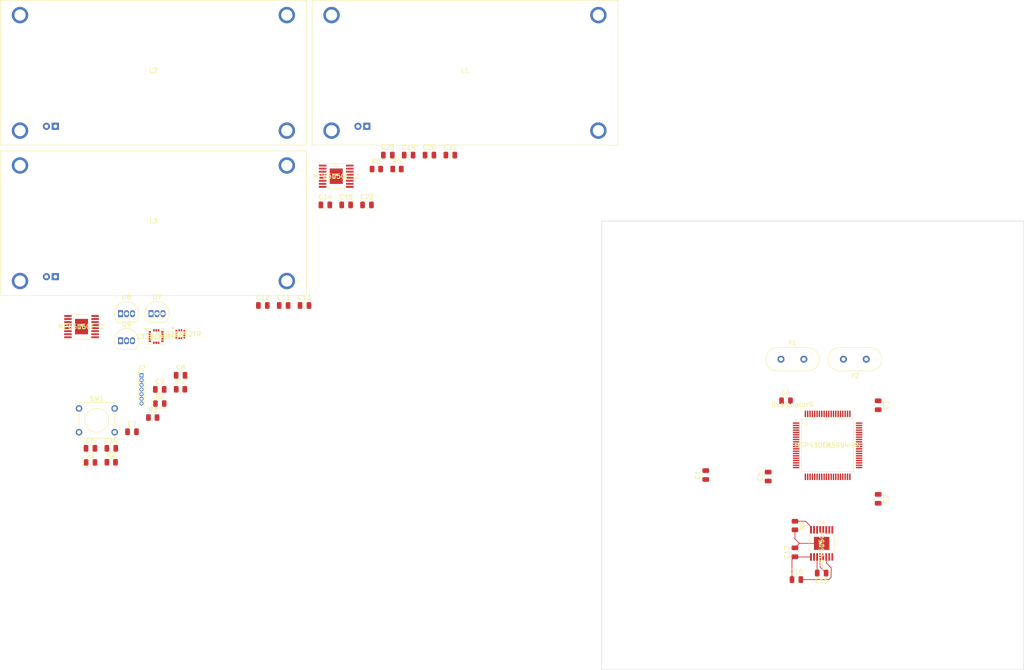
<source format=kicad_pcb>
(kicad_pcb (version 20211014) (generator pcbnew)
  (layers (0 "F.Cu" signal) (31 "B.Cu" signal) (34 "B.Paste" user) (35 "F.Paste" user) (36 "B.SilkS" user "B.Silkscreen") (37 "F.SilkS" user "F.Silkscreen") (38 "B.Mask" user) (39 "F.Mask" user) (44 "Edge.Cuts" user))
  (net 0 "")
  (net 1 "H1_OUT1")
  (net 2 "H1_OUT2")
  (net 3 "H2_OUT1")
  (net 4 "H2_OUT2")
  (net 5 "H3_OUT1")
  (net 6 "H3_OUT2")
  (net 7 "Net-(R2-Pad1)")
  (net 8 "Net-(R3-Pad1)")
  (net 9 "ACCEL_INT1")
  (net 10 "ACCEL_INT2")
  (net 11 "GYRO_INT1")
  (net 12 "GYRO_INT2")
  (net 13 "ACCEL_MOSI")
  (net 14 "ACCEL_MISO")
  (net 15 "ACCEL_SCK")
  (net 16 "ACCEL_SCS")
  (net 17 "H2_nFAULT")
  (net 18 "H3_BREAK")
  (net 19 "GND")
  (net 20 "+3V3")
  (net 21 "H_nSLEEP")
  (net 22 "H1_VISEN")
  (net 23 "H2_VISEN")
  (net 24 "H3_VISEN")
  (net 25 "H1_BREAK")
  (net 26 "H1_PHASE")
  (net 27 "H1_BMODE")
  (net 28 "H1_nFAULT")
  (net 29 "MAG_2")
  (net 30 "MAG_3")
  (net 31 "SBWTCK")
  (net 32 "SBWTDIO")
  (net 33 "BCLUART_TXD")
  (net 34 "BCLUART_RXD")
  (net 35 "H3_PHASE")
  (net 36 "H3_BMODE")
  (net 37 "H3_nFAULT")
  (net 38 "GYRO_DEN")
  (net 39 "H1_ENBL")
  (net 40 "H2_ENBL")
  (net 41 "H3_ENBL")
  (net 42 "GYRO_MOSI")
  (net 43 "GYRO_MISO")
  (net 44 "GYRO_SCK")
  (net 45 "GYRO_SCS")
  (net 46 "H2_BREAK")
  (net 47 "H2_PHASE")
  (net 48 "H2_BMODE")
  (net 49 "MAG_1")
  (net 50 "Net-(R4-Pad1)")
  (net 51 "Net-(C15-Pad2)")
  (net 52 "Net-(C15-Pad1)")
  (net 53 "Net-(C16-Pad2)")
  (net 54 "Net-(R5-Pad1)")
  (net 55 "Net-(C19-Pad2)")
  (net 56 "Net-(C19-Pad1)")
  (net 57 "Net-(C18-Pad2)")
  (net 58 "Net-(R6-Pad1)")
  (net 59 "Net-(C22-Pad2)")
  (net 60 "Net-(C22-Pad1)")
  (net 61 "Net-(C21-Pad2)")
  (net 62 "Net-(C12-Pad1)")
  (net 63 "Net-(D1-Pad2)")
  (net 64 "Net-(D2-Pad2)")
  (net 65 "+5V")
  (net 66 "Net-(C6-Pad2)")
  (net 67 "Net-(C7-Pad2)")
  (net 68 "Net-(C8-Pad1)")
  (net 69 "Net-(C9-Pad1)")
  (footprint "Capacitor_SMD:C_0805_2012Metric" (layer "F.Cu") (at 205.105 124.46 -90)
    (fp_text reference "C2" (at 0 -1.68 90) (layer "F.SilkS"))
    (fp_text value "100n")
    (pad "1" smd roundrect (at -0.95 0 270) (size 1 1.45) (layers "F.Cu" "F.Paste" "F.Mask") (net 20 "+3V3"))
    (pad "2" smd roundrect (at 0.95 0 270) (size 1 1.45) (layers "F.Cu" "F.Paste" "F.Mask") (net 19 "GND"))
  )
  (footprint "Capacitor_SMD:C_0805_2012Metric" (layer "F.Cu") (at 100.36 50.981)
    (fp_text reference "C23" (at 0 -1.68) (layer "F.SilkS"))
    (fp_text value "100n")
    (pad "1" smd roundrect (at -0.95 0) (size 1 1.45) (layers "F.Cu" "F.Paste" "F.Mask") (net 20 "+3V3"))
    (pad "2" smd roundrect (at 0.95 0) (size 1 1.45) (layers "F.Cu" "F.Paste" "F.Mask") (net 19 "GND"))
  )
  (footprint "Resistor_SMD:R_0805_2012Metric" (layer "F.Cu") (at 187.325 130.175 -90)
    (fp_text reference "R4" (at 0 -1.65 90) (layer "F.SilkS"))
    (fp_text value "47k")
    (pad "1" smd roundrect (at -0.9125 0 270) (size 1.025 1.4) (layers "F.Cu" "F.Paste" "F.Mask") (roundrect_rratio 0.243902) (net 50 "Net-(R4-Pad1)"))
    (pad "2" smd roundrect (at 0.9125 0 270) (size 1.025 1.4) (layers "F.Cu" "F.Paste" "F.Mask") (roundrect_rratio 0.243902) (net 19 "GND"))
  )
  (footprint "magnetorque_lib:LIS2DH12TR" (layer "F.Cu") (at 56.037401 89.2745)
    (fp_text reference "U2" (at 0 0) (layer "F.SilkS"))
    (fp_text value "LIS2DH12TR" (at 0 0) (layer "F.SilkS"))
    (fp_text user "*" (at -1.6256 -1) (layer "F.SilkS"))
    (fp_text user "*" (at -1.6256 -1) (layer "F.SilkS"))
    (pad "1" smd rect locked (at -0.8509 -0.750001 90) (size 0.3556 0.381) (layers "F.Cu" "F.Paste" "F.Mask") (net 15 "ACCEL_SCK"))
    (pad "2" smd rect locked (at -0.8509 -0.25 90) (size 0.3556 0.381) (layers "F.Cu" "F.Paste" "F.Mask") (net 16 "ACCEL_SCS"))
    (pad "3" smd rect locked (at -0.8509 0.25 90) (size 0.3556 0.381) (layers "F.Cu" "F.Paste" "F.Mask") (net 14 "ACCEL_MISO"))
    (pad "4" smd rect locked (at -0.8509 0.750001 90) (size 0.3556 0.381) (layers "F.Cu" "F.Paste" "F.Mask") (net 13 "ACCEL_MOSI"))
    (pad "5" smd rect locked (at -0.25 0.8509) (size 0.3556 0.381) (layers "F.Cu" "F.Paste" "F.Mask") (net 19 "GND"))
    (pad "6" smd rect locked (at 0.25 0.8509) (size 0.3556 0.381) (layers "F.Cu" "F.Paste" "F.Mask") (net 19 "GND"))
    (pad "7" smd rect locked (at 0.8509 0.750001 90) (size 0.3556 0.381) (layers "F.Cu" "F.Paste" "F.Mask") (net 19 "GND"))
    (pad "8" smd rect locked (at 0.8509 0.25 90) (size 0.3556 0.381) (layers "F.Cu" "F.Paste" "F.Mask") (net 19 "GND"))
    (pad "9" smd rect locked (at 0.8509 -0.25 90) (size 0.3556 0.381) (layers "F.Cu" "F.Paste" "F.Mask") (net 20 "+3V3"))
    (pad "10" smd rect locked (at 0.8509 -0.750001 90) (size 0.3556 0.381) (layers "F.Cu" "F.Paste" "F.Mask") (net 20 "+3V3"))
    (pad "11" smd rect locked (at 0.25 -0.8509) (size 0.3556 0.381) (layers "F.Cu" "F.Paste" "F.Mask") (net 10 "ACCEL_INT2"))
    (pad "12" smd rect locked (at -0.25 -0.8509) (size 0.3556 0.381) (layers "F.Cu" "F.Paste" "F.Mask") (net 9 "ACCEL_INT1"))
  )
  (footprint "Button_Switch_THT:SW_Tactile_Straight_KSL0Axx1LFTR" (layer "F.Cu") (at 34.39 105.141)
    (fp_text reference "SW1" (at 3.81 -2.08) (layer "F.SilkS"))
    (fp_text value "SW_Push")
    (pad "1" thru_hole circle (at 0 0) (size 1.397 1.397) (drill 0.8128) (layers *.Cu *.Mask) (net 32 "SBWTDIO"))
    (pad "1" thru_hole circle (at 7.62 0) (size 1.397 1.397) (drill 0.8128) (layers *.Cu *.Mask) (net 32 "SBWTDIO"))
    (pad "2" thru_hole circle (at 7.62 5.08) (size 1.397 1.397) (drill 0.8128) (layers *.Cu *.Mask) (net 19 "GND"))
    (pad "2" thru_hole circle (at 0 5.08) (size 1.397 1.397) (drill 0.8128) (layers *.Cu *.Mask) (net 19 "GND"))
  )
  (footprint "Package_TO_SOT_THT:TO-92_Inline" (layer "F.Cu") (at 43.28 90.671)
    (fp_text reference "U9" (at 1.27 -3.56) (layer "F.SilkS"))
    (fp_text value "DRV5055A4xLPGxQ1")
    (pad "1" thru_hole rect (at 0 0) (size 1.05 1.5) (drill 0.75) (layers *.Cu *.Mask) (net 65 "+5V"))
    (pad "2" thru_hole oval (at 1.27 0) (size 1.05 1.5) (drill 0.75) (layers *.Cu *.Mask) (net 19 "GND"))
    (pad "3" thru_hole oval (at 2.54 0) (size 1.05 1.5) (drill 0.75) (layers *.Cu *.Mask) (net 30 "MAG_3"))
  )
  (footprint "magnetorque_lib:magnetorquer" (layer "F.Cu") (at 116.84 33.401)
    (fp_text reference "L1" (at 0 -0.5 unlocked) (layer "F.SilkS"))
    (fp_text value "L_Iron")
    (pad "" np_thru_hole circle (at 28.5 -12.35) (size 3.5 3.5) (drill 2.4) (layers F&B.Cu *.Mask))
    (pad "" np_thru_hole circle (at -28.5 12.35) (size 3.5 3.5) (drill 2.4) (layers F&B.Cu *.Mask))
    (pad "" np_thru_hole circle (at 28.5 12.35) (size 3.5 3.5) (drill 2.4) (layers F&B.Cu *.Mask))
    (pad "" np_thru_hole circle (at -28.5 -12.35) (size 3.5 3.5) (drill 2.4) (layers F&B.Cu *.Mask))
    (pad "1" thru_hole circle (at -22.86 11.43) (size 1.524 1.524) (drill 0.762) (layers *.Cu *.Mask) (net 1 "H1_OUT1"))
    (pad "2" thru_hole rect (at -20.955 11.43) (size 1.524 1.524) (drill 0.762) (layers *.Cu *.Mask) (net 2 "H1_OUT2"))
  )
  (footprint "Capacitor_SMD:C_0805_2012Metric" (layer "F.Cu") (at 41.29 113.661)
    (fp_text reference "C10" (at 0 -1.68) (layer "F.SilkS"))
    (fp_text value "1n")
    (pad "1" smd roundrect (at -0.95 0) (size 1 1.45) (layers "F.Cu" "F.Paste" "F.Mask") (net 32 "SBWTDIO"))
    (pad "2" smd roundrect (at 0.95 0) (size 1 1.45) (layers "F.Cu" "F.Paste" "F.Mask") (net 19 "GND"))
  )
  (footprint "Resistor_SMD:R_0805_2012Metric" (layer "F.Cu") (at 56.07 101.041)
    (fp_text reference "R1" (at 0 -1.65) (layer "F.SilkS"))
    (fp_text value "47k")
    (pad "1" smd roundrect (at -0.9125 0) (size 1.025 1.4) (layers "F.Cu" "F.Paste" "F.Mask") (roundrect_rratio 0.243902) (net 32 "SBWTDIO"))
    (pad "2" smd roundrect (at 0.9125 0) (size 1.025 1.4) (layers "F.Cu" "F.Paste" "F.Mask") (roundrect_rratio 0.243902) (net 20 "+3V3"))
  )
  (footprint "Capacitor_SMD:C_0805_2012Metric" (layer "F.Cu") (at 113.71 50.981)
    (fp_text reference "C21" (at 0 -1.68) (layer "F.SilkS"))
    (fp_text value "100n")
    (pad "1" smd roundrect (at -0.95 0) (size 1 1.45) (layers "F.Cu" "F.Paste" "F.Mask") (net 20 "+3V3"))
    (pad "2" smd roundrect (at 0.95 0) (size 1 1.45) (layers "F.Cu" "F.Paste" "F.Mask") (net 61 "Net-(C21-Pad2)"))
  )
  (footprint "LED_SMD:LED_0805_2012Metric" (layer "F.Cu") (at 36.86 116.686)
    (fp_text reference "D1" (at 0 -1.65) (layer "F.SilkS"))
    (fp_text value "LED_R")
    (pad "1" smd roundrect (at -0.9375 0) (size 0.975 1.4) (layers "F.Cu" "F.Paste" "F.Mask") (net 19 "GND"))
    (pad "2" smd roundrect (at 0.9375 0) (size 0.975 1.4) (layers "F.Cu" "F.Paste" "F.Mask") (net 63 "Net-(D1-Pad2)"))
  )
  (footprint "Capacitor_SMD:C_0805_2012Metric" (layer "F.Cu") (at 187.325 135.89 90)
    (fp_text reference "C17" (at 0 -1.68 90) (layer "F.SilkS"))
    (fp_text value "100n")
    (pad "1" smd roundrect (at -0.95 0 90) (size 1 1.45) (layers "F.Cu" "F.Paste" "F.Mask") (net 20 "+3V3"))
    (pad "2" smd roundrect (at 0.95 0 90) (size 1 1.45) (layers "F.Cu" "F.Paste" "F.Mask") (net 19 "GND"))
  )
  (footprint "Capacitor_SMD:C_0805_2012Metric" (layer "F.Cu") (at 51.64 101.071)
    (fp_text reference "C9" (at 0 -1.68) (layer "F.SilkS"))
    (fp_text value "DNP")
    (pad "1" smd roundrect (at -0.95 0) (size 1 1.45) (layers "F.Cu" "F.Paste" "F.Mask") (net 69 "Net-(C9-Pad1)"))
    (pad "2" smd roundrect (at 0.95 0) (size 1 1.45) (layers "F.Cu" "F.Paste" "F.Mask") (net 19 "GND"))
  )
  (footprint "Capacitor_SMD:C_0805_2012Metric" (layer "F.Cu") (at 168.275 119.38 90)
    (fp_text reference "C1" (at 0 -1.68 90) (layer "F.SilkS"))
    (fp_text value "10u")
    (pad "1" smd roundrect (at -0.95 0 90) (size 1 1.45) (layers "F.Cu" "F.Paste" "F.Mask") (net 20 "+3V3"))
    (pad "2" smd roundrect (at 0.95 0 90) (size 1 1.45) (layers "F.Cu" "F.Paste" "F.Mask") (net 19 "GND"))
  )
  (footprint "magnetorque_lib:MSP430FR5994IPN" (layer "F.Cu") (at 194.31 113.03)
    (fp_text reference "U1" (at 0 0) (layer "F.SilkS"))
    (fp_text value "MSP430FR5994IPN" (at 0 0) (layer "F.SilkS"))
    (fp_text user "Designator9" (at -7.5438 -8.7376) (layer "F.SilkS"))
    (fp_text user "*" (at 0 0) (layer "F.SilkS"))
    (pad "1" smd oval locked (at -6.725001 -4.750001 90) (size 0.299999 1.45) (layers "F.Cu" "F.Paste" "F.Mask") (net 7 "Net-(R2-Pad1)"))
    (pad "2" smd oval locked (at -6.725001 -4.250002 90) (size 0.299999 1.45) (layers "F.Cu" "F.Paste" "F.Mask") (net 8 "Net-(R3-Pad1)"))
    (pad "3" smd oval locked (at -6.725001 -3.75 90) (size 0.299999 1.45) (layers "F.Cu" "F.Paste" "F.Mask"))
    (pad "4" smd oval locked (at -6.725001 -3.250001 90) (size 0.299999 1.45) (layers "F.Cu" "F.Paste" "F.Mask") (net 9 "ACCEL_INT1"))
    (pad "5" smd oval locked (at -6.725001 -2.75 90) (size 0.299999 1.45) (layers "F.Cu" "F.Paste" "F.Mask") (net 10 "ACCEL_INT2"))
    (pad "6" smd oval locked (at -6.725001 -2.250001 90) (size 0.299999 1.45) (layers "F.Cu" "F.Paste" "F.Mask") (net 11 "GYRO_INT1"))
    (pad "7" smd oval locked (at -6.725001 -1.750002 90) (size 0.299999 1.45) (layers "F.Cu" "F.Paste" "F.Mask") (net 12 "GYRO_INT2"))
    (pad "8" smd oval locked (at -6.725001 -1.25 90) (size 0.299999 1.45) (layers "F.Cu" "F.Paste" "F.Mask") (net 13 "ACCEL_MOSI"))
    (pad "9" smd oval locked (at -6.725001 -0.750001 90) (size 0.299999 1.45) (layers "F.Cu" "F.Paste" "F.Mask") (net 14 "ACCEL_MISO"))
    (pad "10" smd oval locked (at -6.725001 -0.25 90) (size 0.299999 1.45) (layers "F.Cu" "F.Paste" "F.Mask") (net 15 "ACCEL_SCK"))
    (pad "11" smd oval locked (at -6.725001 0.25 90) (size 0.299999 1.45) (layers "F.Cu" "F.Paste" "F.Mask") (net 16 "ACCEL_SCS"))
    (pad "12" smd oval locked (at -6.725001 0.749998 90) (size 0.299999 1.45) (layers "F.Cu" "F.Paste" "F.Mask") (net 17 "H2_nFAULT"))
    (pad "13" smd oval locked (at -6.725001 1.25 90) (size 0.299999 1.45) (layers "F.Cu" "F.Paste" "F.Mask"))
    (pad "14" smd oval locked (at -6.725001 1.749999 90) (size 0.299999 1.45) (layers "F.Cu" "F.Paste" "F.Mask"))
    (pad "15" smd oval locked (at -6.725001 2.250001 90) (size 0.299999 1.45) (layers "F.Cu" "F.Paste" "F.Mask") (net 18 "H3_BREAK"))
    (pad "16" smd oval locked (at -6.725001 2.75 90) (size 0.299999 1.45) (layers "F.Cu" "F.Paste" "F.Mask"))
    (pad "17" smd oval locked (at -6.725001 3.249999 90) (size 0.299999 1.45) (layers "F.Cu" "F.Paste" "F.Mask"))
    (pad "18" smd oval locked (at -6.725001 3.75 90) (size 0.299999 1.45) (layers "F.Cu" "F.Paste" "F.Mask"))
    (pad "19" smd oval locked (at -6.725001 4.249999 90) (size 0.299999 1.45) (layers "F.Cu" "F.Paste" "F.Mask") (net 19 "GND"))
    (pad "20" smd oval locked (at -6.725001 4.750001 90) (size 0.299999 1.45) (layers "F.Cu" "F.Paste" "F.Mask") (net 20 "+3V3"))
    (pad "21" smd oval locked (at -4.750001 6.725001) (size 0.299999 1.45) (layers "F.Cu" "F.Paste" "F.Mask"))
    (pad "22" smd oval locked (at -4.250002 6.725001) (size 0.299999 1.45) (layers "F.Cu" "F.Paste" "F.Mask"))
    (pad "23" smd oval locked (at -3.75 6.725001) (size 0.299999 1.45) (layers "F.Cu" "F.Paste" "F.Mask"))
    (pad "24" smd oval locked (at -3.250001 6.725001) (size 0.299999 1.45) (layers "F.Cu" "F.Paste" "F.Mask"))
    (pad "25" smd oval locked (at -2.75 6.725001) (size 0.299999 1.45) (layers "F.Cu" "F.Paste" "F.Mask"))
    (pad "26" smd oval locked (at -2.250001 6.725001) (size 0.299999 1.45) (layers "F.Cu" "F.Paste" "F.Mask"))
    (pad "27" smd oval locked (at -1.750002 6.725001) (size 0.299999 1.45) (layers "F.Cu" "F.Paste" "F.Mask") (net 21 "H_nSLEEP"))
    (pad "28" smd oval locked (at -1.25 6.725001) (size 0.299999 1.45) (layers "F.Cu" "F.Paste" "F.Mask") (net 22 "H1_VISEN"))
    (pad "29" smd oval locked (at -0.750001 6.725001) (size 0.299999 1.45) (layers "F.Cu" "F.Paste" "F.Mask") (net 23 "H2_VISEN"))
    (pad "30" smd oval locked (at -0.25 6.725001) (size 0.299999 1.45) (layers "F.Cu" "F.Paste" "F.Mask") (net 24 "H3_VISEN"))
    (pad "31" smd oval locked (at 0.25 6.725001) (size 0.299999 1.45) (layers "F.Cu" "F.Paste" "F.Mask") (net 25 "H1_BREAK"))
    (pad "32" smd oval locked (at 0.749998 6.725001) (size 0.299999 1.45) (layers "F.Cu" "F.Paste" "F.Mask") (net 26 "H1_PHASE"))
    (pad "33" smd oval locked (at 1.25 6.725001) (size 0.299999 1.45) (layers "F.Cu" "F.Paste" "F.Mask") (net 27 "H1_BMODE"))
    (pad "34" smd oval locked (at 1.749999 6.725001) (size 0.299999 1.45) (layers "F.Cu" "F.Paste" "F.Mask") (net 28 "H1_nFAULT"))
    (pad "35" smd oval locked (at 2.250001 6.725001) (size 0.299999 1.45) (layers "F.Cu" "F.Paste" "F.Mask") (net 29 "MAG_2"))
    (pad "36" smd oval locked (at 2.75 6.725001) (size 0.299999 1.45) (layers "F.Cu" "F.Paste" "F.Mask") (net 30 "MAG_3"))
    (pad "37" smd oval locked (at 3.249999 6.725001) (size 0.299999 1.45) (layers "F.Cu" "F.Paste" "F.Mask") (net 31 "SBWTCK"))
    (pad "38" smd oval locked (at 3.75 6.725001) (size 0.299999 1.45) (layers "F.Cu" "F.Paste" "F.Mask") (net 32 "SBWTDIO"))
    (pad "39" smd oval locked (at 4.249999 6.725001) (size 0.299999 1.45) (layers "F.Cu" "F.Paste" "F.Mask") (net 19 "GND"))
    (pad "40" smd oval locked (at 4.750001 6.725001) (size 0.299999 1.45) (layers "F.Cu" "F.Paste" "F.Mask") (net 20 "+3V3"))
    (pad "41" smd oval locked (at 6.725001 4.750001 90) (size 0.299999 1.45) (layers "F.Cu" "F.Paste" "F.Mask") (net 33 "BCLUART_TXD"))
    (pad "42" smd oval locked (at 6.725001 4.249999 90) (size 0.299999 1.45) (layers "F.Cu" "F.Paste" "F.Mask") (net 34 "BCLUART_RXD"))
    (pad "43" smd oval locked (at 6.725001 3.75 90) (size 0.299999 1.45) (layers "F.Cu" "F.Paste" "F.Mask"))
    (pad "44" smd oval locked (at 6.725001 3.249999 90) (size 0.299999 1.45) (layers "F.Cu" "F.Paste" "F.Mask") (net 35 "H3_PHASE"))
    (pad "45" smd oval locked (at 6.725001 2.75 90) (size 0.299999 1.45) (layers "F.Cu" "F.Paste" "F.Mask") (net 36 "H3_BMODE"))
    (pad "46" smd oval locked (at 6.725001 2.250001 90) (size 0.299999 1.45) (layers "F.Cu" "F.Paste" "F.Mask") (net 37 "H3_nFAULT"))
    (pad "47" smd oval locked (at 6.725001 1.749999 90) (size 0.299999 1.45) (layers "F.Cu" "F.Paste" "F.Mask") (net 38 "GYRO_DEN"))
    (pad "48" smd oval locked (at 6.725001 1.25 90) (size 0.299999 1.45) (layers "F.Cu" "F.Paste" "F.Mask") (net 39 "H1_ENBL"))
    (pad "49" smd oval locked (at 6.725001 0.749998 90) (size 0.299999 1.45) (layers "F.Cu" "F.Paste" "F.Mask") (net 40 "H2_ENBL"))
    (pad "50" smd oval locked (at 6.725001 0.25 90) (size 0.299999 1.45) (layers "F.Cu" "F.Paste" "F.Mask") (net 41 "H3_ENBL"))
    (pad "51" smd oval locked (at 6.725001 -0.25 90) (size 0.299999 1.45) (layers "F.Cu" "F.Paste" "F.Mask"))
    (pad "52" smd oval locked (at 6.725001 -0.750001 90) (size 0.299999 1.45) (layers "F.Cu" "F.Paste" "F.Mask"))
    (pad "53" smd oval locked (at 6.725001 -1.25 90) (size 0.299999 1.45) (layers "F.Cu" "F.Paste" "F.Mask") (net 42 "GYRO_MOSI"))
    (pad "54" smd oval locked (at 6.725001 -1.750002 90) (size 0.299999 1.45) (layers "F.Cu" "F.Paste" "F.Mask") (net 43 "GYRO_MISO"))
    (pad "55" smd oval locked (at 6.725001 -2.250001 90) (size 0.299999 1.45) (layers "F.Cu" "F.Paste" "F.Mask") (net 44 "GYRO_SCK"))
    (pad "56" smd oval locked (at 6.725001 -2.75 90) (size 0.299999 1.45) (layers "F.Cu" "F.Paste" "F.Mask") (net 45 "GYRO_SCS"))
    (pad "57" smd oval locked (at 6.725001 -3.250001 90) (size 0.299999 1.45) (layers "F.Cu" "F.Paste" "F.Mask") (net 46 "H2_BREAK"))
    (pad "58" smd oval locked (at 6.725001 -3.75 90) (size 0.299999 1.45) (layers "F.Cu" "F.Paste" "F.Mask") (net 47 "H2_PHASE"))
    (pad "59" smd oval locked (at 6.725001 -4.250002 90) (size 0.299999 1.45) (layers "F.Cu" "F.Paste" "F.Mask") (net 48 "H2_BMODE"))
    (pad "60" smd oval locked (at 6.725001 -4.750001 90) (size 0.299999 1.45) (layers "F.Cu" "F.Paste" "F.Mask") (net 19 "GND"))
    (pad "61" smd oval locked (at 4.750001 -6.725001) (size 0.299999 1.45) (layers "F.Cu" "F.Paste" "F.Mask") (net 20 "+3V3"))
    (pad "62" smd oval locked (at 4.249999 -6.725001) (size 0.299999 1.45) (layers "F.Cu" "F.Paste" "F.Mask"))
    (pad "63" smd oval locked (at 3.75 -6.725001) (size 0.299999 1.45) (layers "F.Cu" "F.Paste" "F.Mask"))
    (pad "64" smd oval locked (at 3.249999 -6.725001) (size 0.299999 1.45) (layers "F.Cu" "F.Paste" "F.Mask") (net 49 "MAG_1"))
    (pad "65" smd oval locked (at 2.75 -6.725001) (size 0.299999 1.45) (layers "F.Cu" "F.Paste" "F.Mask"))
    (pad "66" smd oval locked (at 2.250001 -6.725001) (size 0.299999 1.45) (layers "F.Cu" "F.Paste" "F.Mask"))
    (pad "67" smd oval locked (at 1.749999 -6.725001) (size 0.299999 1.45) (layers "F.Cu" "F.Paste" "F.Mask"))
    (pad "68" smd oval locked (at 1.25 -6.725001) (size 0.299999 1.45) (layers "F.Cu" "F.Paste" "F.Mask"))
    (pad "69" smd oval locked (at 0.749998 -6.725001) (size 0.299999 1.45) (layers "F.Cu" "F.Paste" "F.Mask"))
    (pad "70" smd oval locked (at 0.25 -6.725001) (size 0.299999 1.45) (layers "F.Cu" "F.Paste" "F.Mask"))
    (pad "71" smd oval locked (at -0.25 -6.725001) (size 0.299999 1.45) (layers "F.Cu" "F.Paste" "F.Mask"))
    (pad "72" smd oval locked (at -0.750001 -6.725001) (size 0.299999 1.45) (layers "F.Cu" "F.Paste" "F.Mask"))
    (pad "73" smd oval locked (at -1.25 -6.725001) (size 0.299999 1.45) (layers "F.Cu" "F.Paste" "F.Mask") (net 19 "GND"))
    (pad "74" smd oval locked (at -1.750002 -6.725001) (size 0.299999 1.45) (layers "F.Cu" "F.Paste" "F.Mask") (net 68 "Net-(C8-Pad1)"))
    (pad "75" smd oval locked (at -2.250001 -6.725001) (size 0.299999 1.45) (layers "F.Cu" "F.Paste" "F.Mask") (net 69 "Net-(C9-Pad1)"))
    (pad "76" smd oval locked (at -2.75 -6.725001) (size 0.299999 1.45) (layers "F.Cu" "F.Paste" "F.Mask") (net 19 "GND"))
    (pad "77" smd oval locked (at -3.250001 -6.725001) (size 0.299999 1.45) (layers "F.Cu" "F.Paste" "F.Mask") (net 67 "Net-(C7-Pad2)"))
    (pad "78" smd oval locked (at -3.75 -6.725001) (size 0.299999 1.45) (layers "F.Cu" "F.Paste" "F.Mask") (net 66 "Net-(C6-Pad2)"))
    (pad "79" smd oval locked (at -4.250002 -6.725001) (size 0.299999 1.45) (layers "F.Cu" "F.Paste" "F.Mask") (net 19 "GND"))
    (pad "80" smd oval locked (at -4.750001 -6.725001) (size 0.299999 1.45) (layers "F.Cu" "F.Paste" "F.Mask") (net 20 "+3V3"))
  )
  (footprint "magnetorque_lib:magnetorquer" (layer "F.Cu") (at 50.29 65.551)
    (fp_text reference "L3" (at 0 -0.5 unlocked) (layer "F.SilkS"))
    (fp_text value "L_Iron")
    (pad "" np_thru_hole circle (at 28.5 -12.35) (size 3.5 3.5) (drill 2.4) (layers F&B.Cu *.Mask))
    (pad "" np_thru_hole circle (at 28.5 12.35) (size 3.5 3.5) (drill 2.4) (layers F&B.Cu *.Mask))
    (pad "" np_thru_hole circle (at -28.5 12.35) (size 3.5 3.5) (drill 2.4) (layers F&B.Cu *.Mask))
    (pad "" np_thru_hole circle (at -28.5 -12.35) (size 3.5 3.5) (drill 2.4) (layers F&B.Cu *.Mask))
    (pad "1" thru_hole circle (at -22.86 11.43) (size 1.524 1.524) (drill 0.762) (layers *.Cu *.Mask) (net 5 "H3_OUT1"))
    (pad "2" thru_hole rect (at -20.955 11.43) (size 1.524 1.524) (drill 0.762) (layers *.Cu *.Mask) (net 6 "H3_OUT2"))
  )
  (footprint "magnetorque_lib:MP6515GF-Z" (layer "F.Cu") (at 34.929099 87.6497)
    (fp_text reference "U6" (at 0 0) (layer "F.SilkS"))
    (fp_text value "MP6515GF-Z" (at 0 0) (layer "F.SilkS"))
    (fp_text user "*" (at 0 0) (layer "F.SilkS"))
    (pad "1" smd rect locked (at -2.899999 -2.274999) (size 1.6002 0.4064) (layers "F.Cu" "F.Paste" "F.Mask") (net 37 "H3_nFAULT"))
    (pad "2" smd rect locked (at -2.899999 -1.625001) (size 1.6002 0.4064) (layers "F.Cu" "F.Paste" "F.Mask") (net 18 "H3_BREAK"))
    (pad "3" smd rect locked (at -2.899999 -0.974999) (size 1.6002 0.4064) (layers "F.Cu" "F.Paste" "F.Mask") (net 35 "H3_PHASE"))
    (pad "4" smd rect locked (at -2.899999 -0.325001) (size 1.6002 0.4064) (layers "F.Cu" "F.Paste" "F.Mask") (net 19 "GND"))
    (pad "5" smd rect locked (at -2.899999 0.324998) (size 1.6002 0.4064) (layers "F.Cu" "F.Paste" "F.Mask") (net 21 "H_nSLEEP"))
    (pad "6" smd rect locked (at -2.899999 0.974999) (size 1.6002 0.4064) (layers "F.Cu" "F.Paste" "F.Mask") (net 41 "H3_ENBL"))
    (pad "7" smd rect locked (at -2.899999 1.624998) (size 1.6002 0.4064) (layers "F.Cu" "F.Paste" "F.Mask") (net 5 "H3_OUT1"))
    (pad "8" smd rect locked (at -2.899999 2.274999) (size 1.6002 0.4064) (layers "F.Cu" "F.Paste" "F.Mask") (net 58 "Net-(R6-Pad1)"))
    (pad "9" smd rect locked (at 2.899999 2.274999) (size 1.6002 0.4064) (layers "F.Cu" "F.Paste" "F.Mask") (net 20 "+3V3"))
    (pad "10" smd rect locked (at 2.899999 1.625001) (size 1.6002 0.4064) (layers "F.Cu" "F.Paste" "F.Mask") (net 6 "H3_OUT2"))
    (pad "11" smd rect locked (at 2.899999 0.974999) (size 1.6002 0.4064) (layers "F.Cu" "F.Paste" "F.Mask") (net 59 "Net-(C22-Pad2)"))
    (pad "12" smd rect locked (at 2.899999 0.325001) (size 1.6002 0.4064) (layers "F.Cu" "F.Paste" "F.Mask") (net 60 "Net-(C22-Pad1)"))
    (pad "13" smd rect locked (at 2.899999 -0.324998) (size 1.6002 0.4064) (layers "F.Cu" "F.Paste" "F.Mask") (net 19 "GND"))
    (pad "14" smd rect locked (at 2.899999 -0.974999) (size 1.6002 0.4064) (layers "F.Cu" "F.Paste" "F.Mask") (net 61 "Net-(C21-Pad2)"))
    (pad "15" smd rect locked (at 2.899999 -1.624998) (size 1.6002 0.4064) (layers "F.Cu" "F.Paste" "F.Mask") (net 24 "H3_VISEN"))
    (pad "16" smd rect locked (at 2.899999 -2.274999) (size 1.6002 0.4064) (layers "F.Cu" "F.Paste" "F.Mask") (net 36 "H3_BMODE"))
    (pad "17" smd rect locked (at 0 0) (size 2.794 3.302) (layers "F.Cu" "F.Mask") (net 19 "GND"))
  )
  (footprint "Capacitor_SMD:C_0805_2012Metric" (layer "F.Cu") (at 109.26 50.981)
    (fp_text reference "C20" (at 0 -1.68) (layer "F.SilkS"))
    (fp_text value "100n")
    (pad "1" smd roundrect (at -0.95 0) (size 1 1.45) (layers "F.Cu" "F.Paste" "F.Mask") (net 20 "+3V3"))
    (pad "2" smd roundrect (at 0.95 0) (size 1 1.45) (layers "F.Cu" "F.Paste" "F.Mask") (net 19 "GND"))
  )
  (footprint "magnetorque_lib:MP6515GF-Z" (layer "F.Cu") (at 193.04 133.985 -90)
    (fp_text reference "U4" (at 0 0 90) (layer "F.SilkS"))
    (fp_text value "MP6515GF-Z" (at 0 0 90) (layer "F.SilkS"))
    (fp_text user "*" (at 0 0 90) (layer "F.SilkS"))
    (pad "1" smd rect locked (at -2.899999 -2.274999 270) (size 1.6002 0.4064) (layers "F.Cu" "F.Paste" "F.Mask") (net 28 "H1_nFAULT"))
    (pad "2" smd rect locked (at -2.899999 -1.625001 270) (size 1.6002 0.4064) (layers "F.Cu" "F.Paste" "F.Mask") (net 25 "H1_BREAK"))
    (pad "3" smd rect locked (at -2.899999 -0.974999 270) (size 1.6002 0.4064) (layers "F.Cu" "F.Paste" "F.Mask") (net 26 "H1_PHASE"))
    (pad "4" smd rect locked (at -2.899999 -0.325001 270) (size 1.6002 0.4064) (layers "F.Cu" "F.Paste" "F.Mask") (net 19 "GND"))
    (pad "5" smd rect locked (at -2.899999 0.324998 270) (size 1.6002 0.4064) (layers "F.Cu" "F.Paste" "F.Mask") (net 21 "H_nSLEEP"))
    (pad "6" smd rect locked (at -2.899999 0.974999 270) (size 1.6002 0.4064) (layers "F.Cu" "F.Paste" "F.Mask") (net 39 "H1_ENBL"))
    (pad "7" smd rect locked (at -2.899999 1.624998 270) (size 1.6002 0.4064) (layers "F.Cu" "F.Paste" "F.Mask") (net 1 "H1_OUT1"))
    (pad "8" smd rect locked (at -2.899999 2.274999 270) (size 1.6002 0.4064) (layers "F.Cu" "F.Paste" "F.Mask") (net 50 "Net-(R4-Pad1)"))
    (pad "9" smd rect locked (at 2.899999 2.274999 270) (size 1.6002 0.4064) (layers "F.Cu" "F.Paste" "F.Mask") (net 20 "+3V3"))
    (pad "10" smd rect locked (at 2.899999 1.625001 270) (size 1.6002 0.4064) (layers "F.Cu" "F.Paste" "F.Mask") (net 2 "H1_OUT2"))
    (pad "11" smd rect locked (at 2.899999 0.974999 270) (size 1.6002 0.4064) (layers "F.Cu" "F.Paste" "F.Mask") (net 51 "Net-(C15-Pad2)"))
    (pad "12" smd rect locked (at 2.899999 0.325001 270) (size 1.6002 0.4064) (layers "F.Cu" "F.Paste" "F.Mask") (net 52 "Net-(C15-Pad1)"))
    (pad "13" smd rect locked (at 2.899999 -0.324998 270) (size 1.6002 0.4064) (layers "F.Cu" "F.Paste" "F.Mask") (net 19 "GND"))
    (pad "14" smd rect locked (at 2.899999 -0.974999 270) (size 1.6002 0.4064) (layers "F.Cu" "F.Paste" "F.Mask") (net 53 "Net-(C16-Pad2)"))
    (pad "15" smd rect locked (at 2.899999 -1.624998 270) (size 1.6002 0.4064) (layers "F.Cu" "F.Paste" "F.Mask") (net 22 "H1_VISEN"))
    (pad "16" smd rect locked (at 2.899999 -2.274999 270) (size 1.6002 0.4064) (layers "F.Cu" "F.Paste" "F.Mask") (net 27 "H1_BMODE"))
    (pad "17" smd rect locked (at 0 0 270) (size 2.794 3.302) (layers "F.Cu" "F.Mask") (net 19 "GND"))
  )
  (footprint "Capacitor_SMD:C_0805_2012Metric" (layer "F.Cu") (at 82.56 83.131)
    (fp_text reference "C13" (at 0 -1.68) (layer "F.SilkS"))
    (fp_text value "100n")
    (pad "1" smd roundrect (at -0.95 0) (size 1 1.45) (layers "F.Cu" "F.Paste" "F.Mask") (net 20 "+3V3"))
    (pad "2" smd roundrect (at 0.95 0) (size 1 1.45) (layers "F.Cu" "F.Paste" "F.Mask") (net 19 "GND"))
  )
  (footprint "Capacitor_SMD:C_0805_2012Metric" (layer "F.Cu") (at 36.84 113.661)
    (fp_text reference "C6" (at 0 -1.68) (layer "F.SilkS"))
    (fp_text value "22p")
    (pad "1" smd roundrect (at -0.95 0) (size 1 1.45) (layers "F.Cu" "F.Paste" "F.Mask") (net 19 "GND"))
    (pad "2" smd roundrect (at 0.95 0) (size 1 1.45) (layers "F.Cu" "F.Paste" "F.Mask") (net 66 "Net-(C6-Pad2)"))
  )
  (footprint "Capacitor_SMD:C_0805_2012Metric" (layer "F.Cu") (at 73.66 83.131)
    (fp_text reference "C12" (at 0 -1.68) (layer "F.SilkS"))
    (fp_text value "10n")
    (pad "1" smd roundrect (at -0.95 0) (size 1 1.45) (layers "F.Cu" "F.Paste" "F.Mask") (net 62 "Net-(C12-Pad1)"))
    (pad "2" smd roundrect (at 0.95 0) (size 1 1.45) (layers "F.Cu" "F.Paste" "F.Mask") (net 19 "GND"))
  )
  (footprint "Capacitor_SMD:C_0805_2012Metric" (layer "F.Cu") (at 56.09 98.061)
    (fp_text reference "C8" (at 0 -1.68) (layer "F.SilkS"))
    (fp_text value "DNP")
    (pad "1" smd roundrect (at -0.95 0) (size 1 1.45) (layers "F.Cu" "F.Paste" "F.Mask") (net 68 "Net-(C8-Pad1)"))
    (pad "2" smd roundrect (at 0.95 0) (size 1 1.45) (layers "F.Cu" "F.Paste" "F.Mask") (net 19 "GND"))
  )
  (footprint "Capacitor_SMD:C_0805_2012Metric" (layer "F.Cu") (at 205.105 104.455 -90)
    (fp_text reference "C3" (at 0 -1.68 90) (layer "F.SilkS"))
    (fp_text value "100n")
    (pad "1" smd roundrect (at -0.95 0 270) (size 1 1.45) (layers "F.Cu" "F.Paste" "F.Mask") (net 20 "+3V3"))
    (pad "2" smd roundrect (at 0.95 0 270) (size 1 1.45) (layers "F.Cu" "F.Paste" "F.Mask") (net 19 "GND"))
  )
  (footprint "Resistor_SMD:R_0805_2012Metric" (layer "F.Cu") (at 41.27 116.641)
    (fp_text reference "R2" (at 0 -1.65) (layer "F.SilkS"))
    (fp_text value "1k")
    (pad "1" smd roundrect (at -0.9125 0) (size 1.025 1.4) (layers "F.Cu" "F.Paste" "F.Mask") (roundrect_rratio 0.243902) (net 7 "Net-(R2-Pad1)"))
    (pad "2" smd roundrect (at 0.9125 0) (size 1.025 1.4) (layers "F.Cu" "F.Paste" "F.Mask") (roundrect_rratio 0.243902) (net 63 "Net-(D1-Pad2)"))
  )
  (footprint "Crystal:Crystal_HC49-4H_Vertical" (layer "F.Cu") (at 184.35 94.615)
    (fp_text reference "Y1" (at 2.44 -3.525) (layer "F.SilkS"))
    (fp_text value "Crystal")
    (pad "1" thru_hole circle (at 0 0) (size 1.5 1.5) (drill 0.8) (layers *.Cu *.Mask) (net 66 "Net-(C6-Pad2)"))
    (pad "2" thru_hole circle (at 4.88 0) (size 1.5 1.5) (drill 0.8) (layers *.Cu *.Mask) (net 67 "Net-(C7-Pad2)"))
  )
  (footprint "Capacitor_SMD:C_0805_2012Metric" (layer "F.Cu") (at 45.71 110.121)
    (fp_text reference "C7" (at 0 -1.68) (layer "F.SilkS"))
    (fp_text value "22p")
    (pad "1" smd roundrect (at -0.95 0) (size 1 1.45) (layers "F.Cu" "F.Paste" "F.Mask") (net 19 "GND"))
    (pad "2" smd roundrect (at 0.95 0) (size 1 1.45) (layers "F.Cu" "F.Paste" "F.Mask") (net 67 "Net-(C7-Pad2)"))
  )
  (footprint "Capacitor_SMD:C_0805_2012Metric" (layer "F.Cu") (at 193.04 140.335 180)
    (fp_text reference "C15" (at 0 -1.68) (layer "F.SilkS"))
    (fp_text value "100n")
    (pad "1" smd roundrect (at -0.95 0 180) (size 1 1.45) (layers "F.Cu" "F.Paste" "F.Mask") (net 52 "Net-(C15-Pad1)"))
    (pad "2" smd roundrect (at 0.95 0 180) (size 1 1.45) (layers "F.Cu" "F.Paste" "F.Mask") (net 51 "Net-(C15-Pad2)"))
  )
  (footprint "magnetorque_lib:L3GD20HTR" (layer "F.Cu") (at 50.870001 89.7698)
    (fp_text reference "U3" (at 0 0) (layer "F.SilkS"))
    (fp_text value "L3GD20HTR" (at 0 0) (layer "F.SilkS"))
    (fp_text user "*" (at -2.1717 -1.25) (layer "F.SilkS"))
    (fp_text user "*" (at -2.1717 -1.25) (layer "F.SilkS"))
    (pad "1" smd rect locked (at -1.3335 -1.000001 90) (size 0.3556 0.508) (layers "F.Cu" "F.Paste" "F.Mask") (net 20 "+3V3"))
    (pad "2" smd rect locked (at -1.3335 -0.499999 90) (size 0.3556 0.508) (layers "F.Cu" "F.Paste" "F.Mask") (net 44 "GYRO_SCK"))
    (pad "3" smd rect locked (at -1.3335 0 90) (size 0.3556 0.508) (layers "F.Cu" "F.Paste" "F.Mask") (net 42 "GYRO_MOSI"))
    (pad "4" smd rect locked (at -1.3335 0.499999 90) (size 0.3556 0.508) (layers "F.Cu" "F.Paste" "F.Mask") (net 43 "GYRO_MISO"))
    (pad "5" smd rect locked (at -1.3335 1.000001 90) (size 0.3556 0.508) (layers "F.Cu" "F.Paste" "F.Mask") (net 45 "GYRO_SCS"))
    (pad "6" smd rect locked (at -0.499999 1.3335) (size 0.3556 0.508) (layers "F.Cu" "F.Paste" "F.Mask") (net 11 "GYRO_INT1"))
    (pad "7" smd rect locked (at 0 1.3335) (size 0.3556 0.508) (layers "F.Cu" "F.Paste" "F.Mask") (net 12 "GYRO_INT2"))
    (pad "8" smd rect locked (at 0.499999 1.3335) (size 0.3556 0.508) (layers "F.Cu" "F.Paste" "F.Mask") (net 38 "GYRO_DEN"))
    (pad "9" smd rect locked (at 1.3335 1.000001 90) (size 0.3556 0.508) (layers "F.Cu" "F.Paste" "F.Mask") (net 19 "GND"))
    (pad "10" smd rect locked (at 1.3335 0.499999 90) (size 0.3556 0.508) (layers "F.Cu" "F.Paste" "F.Mask") (net 19 "GND"))
    (pad "11" smd rect locked (at 1.3335 0 90) (size 0.3556 0.508) (layers "F.Cu" "F.Paste" "F.Mask") (net 19 "GND"))
    (pad "12" smd rect locked (at 1.3335 -0.499999 90) (size 0.3556 0.508) (layers "F.Cu" "F.Paste" "F.Mask") (net 19 "GND"))
    (pad "13" smd rect locked (at 1.3335 -1.000001 90) (size 0.3556 0.508) (layers "F.Cu" "F.Paste" "F.Mask") (net 19 "GND"))
    (pad "14" smd rect locked (at 0.499999 -1.3335) (size 0.3556 0.508) (layers "F.Cu" "F.Paste" "F.Mask") (net 62 "Net-(C12-Pad1)"))
    (pad "15" smd rect locked (at 0 -1.3335) (size 0.3556 0.508) (layers "F.Cu" "F.Paste" "F.Mask") (net 20 "+3V3"))
    (pad "16" smd rect locked (at -0.499999 -1.3335) (size 0.3556 0.508) (layers "F.Cu" "F.Paste" "F.Mask") (net 20 "+3V3"))
  )
  (footprint "Capacitor_SMD:C_0805_2012Metric" (layer "F.Cu") (at 187.645 141.732)
    (fp_text reference "C16" (at 0 -1.68) (layer "F.SilkS"))
    (fp_text value "100n")
    (pad "1" smd roundrect (at -0.95 0) (size 1 1.45) (layers "F.Cu" "F.Paste" "F.Mask") (net 20 "+3V3"))
    (pad "2" smd roundrect (at 0.95 0) (size 1 1.45) (layers "F.Cu" "F.Paste" "F.Mask") (net 53 "Net-(C16-Pad2)"))
  )
  (footprint "Capacitor_SMD:C_0805_2012Metric" (layer "F.Cu") (at 95.91 61.631)
    (fp_text reference "C22" (at 0 -1.68) (layer "F.SilkS"))
    (fp_text value "100n")
    (pad "1" smd roundrect (at -0.95 0) (size 1 1.45) (layers "F.Cu" "F.Paste" "F.Mask") (net 60 "Net-(C22-Pad1)"))
    (pad "2" smd roundrect (at 0.95 0) (size 1 1.45) (layers "F.Cu" "F.Paste" "F.Mask") (net 59 "Net-(C22-Pad2)"))
  )
  (footprint "Package_TO_SOT_THT:TO-92_Inline" (layer "F.Cu") (at 49.79 84.881)
    (fp_text reference "U7" (at 1.27 -3.56) (layer "F.SilkS"))
    (fp_text value "DRV5055A4xLPGxQ1")
    (pad "1" thru_hole rect (at 0 0) (size 1.05 1.5) (drill 0.75) (layers *.Cu *.Mask) (net 65 "+5V"))
    (pad "2" thru_hole oval (at 1.27 0) (size 1.05 1.5) (drill 0.75) (layers *.Cu *.Mask) (net 19 "GND"))
    (pad "3" thru_hole oval (at 2.54 0) (size 1.05 1.5) (drill 0.75) (layers *.Cu *.Mask) (net 49 "MAG_1"))
  )
  (footprint "magnetorque_lib:MP6515GF-Z" (layer "F.Cu") (at 89.339099 55.4997)
    (fp_text reference "U5" (at 0 0) (layer "F.SilkS"))
    (fp_text value "MP6515GF-Z" (at 0 0) (layer "F.SilkS"))
    (fp_text user "*" (at 0 0) (layer "F.SilkS"))
    (pad "1" smd rect locked (at -2.899999 -2.274999) (size 1.6002 0.4064) (layers "F.Cu" "F.Paste" "F.Mask") (net 17 "H2_nFAULT"))
    (pad "2" smd rect locked (at -2.899999 -1.625001) (size 1.6002 0.4064) (layers "F.Cu" "F.Paste" "F.Mask") (net 46 "H2_BREAK"))
    (pad "3" smd rect locked (at -2.899999 -0.974999) (size 1.6002 0.4064) (layers "F.Cu" "F.Paste" "F.Mask") (net 47 "H2_PHASE"))
    (pad "4" smd rect locked (at -2.899999 -0.325001) (size 1.6002 0.4064) (layers "F.Cu" "F.Paste" "F.Mask") (net 19 "GND"))
    (pad "5" smd rect locked (at -2.899999 0.324998) (size 1.6002 0.4064) (layers "F.Cu" "F.Paste" "F.Mask") (net 21 "H_nSLEEP"))
    (pad "6" smd rect locked (at -2.899999 0.974999) (size 1.6002 0.4064) (layers "F.Cu" "F.Paste" "F.Mask") (net 40 "H2_ENBL"))
    (pad "7" smd rect locked (at -2.899999 1.624998) (size 1.6002 0.4064) (layers "F.Cu" "F.Paste" "F.Mask") (net 3 "H2_OUT1"))
    (pad "8" smd rect locked (at -2.899999 2.274999) (size 1.6002 0.4064) (layers "F.Cu" "F.Paste" "F.Mask") (net 54 "Net-(R5-Pad1)"))
    (pad "9" smd rect locked (at 2.899999 2.274999) (size 1.6002 0.4064) (layers "F.Cu" "F.Paste" "F.Mask") (net 20 "+3V3"))
    (pad "10" smd rect locked (at 2.899999 1.625001) (size 1.6002 0.4064) (layers "F.Cu" "F.Paste" "F.Mask") (net 4 "H2_OUT2"))
    (pad "11" smd rect locked (at 2.899999 0.974999) (size 1.6002 0.4064) (layers "F.Cu" "F.Paste" "F.Mask") (net 55 "Net-(C19-Pad2)"))
    (pad "12" smd rect locked (at 2.899999 0.325001) (size 1.6002 0.4064) (layers "F.Cu" "F.Paste" "F.Mask") (net 56 "Net-(C19-Pad1)"))
    (pad "13" smd rect locked (at 2.899999 -0.324998) (size 1.6002 0.4064) (layers "F.Cu" "F.Paste" "F.Mask") (net 19 "GND"))
    (pad "14" smd rect locked (at 2.899999 -0.974999) (size 1.6002 0.4064) (layers "F.Cu" "F.Paste" "F.Mask") (net 57 "Net-(C18-Pad2)"))
    (pad "15" smd rect locked (at 2.899999 -1.624998) (size 1.6002 0.4064) (layers "F.Cu" "F.Paste" "F.Mask") (net 23 "H2_VISEN"))
    (pad "16" smd rect locked (at 2.899999 -2.274999) (size 1.6002 0.4064) (layers "F.Cu" "F.Paste" "F.Mask") (net 48 "H2_BMODE"))
    (pad "17" smd rect locked (at 0 0) (size 2.794 3.302) (layers "F.Cu" "F.Mask") (net 19 "GND"))
  )
  (footprint "Crystal:Crystal_HC49-4H_Vertical" (layer "F.Cu") (at 202.565 94.615 180)
    (fp_text reference "Y2" (at 2.44 -3.525) (layer "F.SilkS"))
    (fp_text value "DNP")
    (pad "1" thru_hole circle (at 0 0 180) (size 1.5 1.5) (drill 0.8) (layers *.Cu *.Mask) (net 68 "Net-(C8-Pad1)"))
    (pad "2" thru_hole circle (at 4.88 0 180) (size 1.5 1.5) (drill 0.8) (layers *.Cu *.Mask) (net 69 "Net-(C9-Pad1)"))
  )
  (footprint "Capacitor_SMD:C_0805_2012Metric" (layer "F.Cu") (at 78.11 83.131)
    (fp_text reference "C11" (at 0 -1.68) (layer "F.SilkS"))
    (fp_text value "100n")
    (pad "1" smd roundrect (at -0.95 0) (size 1 1.45) (layers "F.Cu" "F.Paste" "F.Mask") (net 20 "+3V3"))
    (pad "2" smd roundrect (at 0.95 0) (size 1 1.45) (layers "F.Cu" "F.Paste" "F.Mask") (net 19 "GND"))
  )
  (footprint "Package_TO_SOT_THT:TO-92_Inline" (layer "F.Cu") (at 43.28 84.881)
    (fp_text reference "U8" (at 1.27 -3.56) (layer "F.SilkS"))
    (fp_text value "DRV5055A4xLPGxQ1")
    (pad "1" thru_hole rect (at 0 0) (size 1.05 1.5) (drill 0.75) (layers *.Cu *.Mask) (net 65 "+5V"))
    (pad "2" thru_hole oval (at 1.27 0) (size 1.05 1.5) (drill 0.75) (layers *.Cu *.Mask) (net 19 "GND"))
    (pad "3" thru_hole oval (at 2.54 0) (size 1.05 1.5) (drill 0.75) (layers *.Cu *.Mask) (net 29 "MAG_2"))
  )
  (footprint "Connector_PinHeader_1.00mm:PinHeader_1x07_P1.00mm_Vertical" (layer "F.Cu") (at 47.74 98.081)
    (fp_text reference "J2" (at 0 -1.56) (layer "F.SilkS"))
    (fp_text value "Conn_01x07_Female")
    (pad "1" thru_hole rect (at 0 0) (size 0.85 0.85) (drill 0.5) (layers *.Cu *.Mask) (net 19 "GND"))
    (pad "2" thru_hole oval (at 0 1) (size 0.85 0.85) (drill 0.5) (layers *.Cu *.Mask) (net 65 "+5V"))
    (pad "3" thru_hole oval (at 0 2) (size 0.85 0.85) (drill 0.5) (layers *.Cu *.Mask) (net 20 "+3V3"))
    (pad "4" thru_hole oval (at 0 3) (size 0.85 0.85) (drill 0.5) (layers *.Cu *.Mask) (net 34 "BCLUART_RXD"))
    (pad "5" thru_hole oval (at 0 4) (size 0.85 0.85) (drill 0.5) (layers *.Cu *.Mask) (net 33 "BCLUART_TXD"))
    (pad "6" thru_hole oval (at 0 5) (size 0.85 0.85) (drill 0.5) (layers *.Cu *.Mask) (net 32 "SBWTDIO"))
    (pad "7" thru_hole oval (at 0 6) (size 0.85 0.85) (drill 0.5) (layers *.Cu *.Mask) (net 31 "SBWTCK"))
  )
  (footprint "Resistor_SMD:R_0805_2012Metric" (layer "F.Cu") (at 50.14 107.091)
    (fp_text reference "R3" (at 0 -1.65) (layer "F.SilkS"))
    (fp_text value "1k")
    (pad "1" smd roundrect (at -0.9125 0) (size 1.025 1.4) (layers "F.Cu" "F.Paste" "F.Mask") (roundrect_rratio 0.243902) (net 8 "Net-(R3-Pad1)"))
    (pad "2" smd roundrect (at 0.9125 0) (size 1.025 1.4) (layers "F.Cu" "F.Paste" "F.Mask") (roundrect_rratio 0.243902) (net 64 "Net-(D2-Pad2)"))
  )
  (footprint "Capacitor_SMD:C_0805_2012Metric" (layer "F.Cu") (at 181.61 119.7 90)
    (fp_text reference "C5" (at 0 -1.68 90) (layer "F.SilkS"))
    (fp_text value "100n")
    (pad "1" smd roundrect (at -0.95 0 90) (size 1 1.45) (layers "F.Cu" "F.Paste" "F.Mask") (net 20 "+3V3"))
    (pad "2" smd roundrect (at 0.95 0 90) (size 1 1.45) (layers "F.Cu" "F.Paste" "F.Mask") (net 19 "GND"))
  )
  (footprint "magnetorque_lib:magnetorquer" (layer "F.Cu") (at 50.29 33.401)
    (fp_text reference "L2" (at 0 -0.5 unlocked) (layer "F.SilkS"))
    (fp_text value "L_Iron")
    (pad "" np_thru_hole circle (at -28.5 -12.35) (size 3.5 3.5) (drill 2.4) (layers F&B.Cu *.Mask))
    (pad "" np_thru_hole circle (at 28.5 -12.35) (size 3.5 3.5) (drill 2.4) (layers F&B.Cu *.Mask))
    (pad "" np_thru_hole circle (at 28.5 12.35) (size 3.5 3.5) (drill 2.4) (layers F&B.Cu *.Mask))
    (pad "" np_thru_hole circle (at -28.5 12.35) (size 3.5 3.5) (drill 2.4) (layers F&B.Cu *.Mask))
    (pad "1" thru_hole circle (at -22.86 11.43) (size 1.524 1.524) (drill 0.762) (layers *.Cu *.Mask) (net 3 "H2_OUT1"))
    (pad "2" thru_hole rect (at -20.955 11.43) (size 1.524 1.524) (drill 0.762) (layers *.Cu *.Mask) (net 4 "H2_OUT2"))
  )
  (footprint "Capacitor_SMD:C_0805_2012Metric" (layer "F.Cu") (at 185.42 103.505)
    (fp_text reference "C4" (at 0 -1.68) (layer "F.SilkS"))
    (fp_text value "100n")
    (pad "1" smd roundrect (at -0.95 0) (size 1 1.45) (layers "F.Cu" "F.Paste" "F.Mask") (net 20 "+3V3"))
    (pad "2" smd roundrect (at 0.95 0) (size 1 1.45) (layers "F.Cu" "F.Paste" "F.Mask") (net 19 "GND"))
  )
  (footprint "Resistor_SMD:R_0805_2012Metric" (layer "F.Cu") (at 97.91 53.961)
    (fp_text reference "R6" (at 0 -1.65) (layer "F.SilkS"))
    (fp_text value "47k")
    (pad "1" smd roundrect (at -0.9125 0) (size 1.025 1.4) (layers "F.Cu" "F.Paste" "F.Mask") (roundrect_rratio 0.243902) (net 58 "Net-(R6-Pad1)"))
    (pad "2" smd roundrect (at 0.9125 0) (size 1.025 1.4) (layers "F.Cu" "F.Paste" "F.Mask") (roundrect_rratio 0.243902) (net 19 "GND"))
  )
  (footprint "Resistor_SMD:R_0805_2012Metric" (layer "F.Cu") (at 102.32 53.961)
    (fp_text reference "R5" (at 0 -1.65) (layer "F.SilkS"))
    (fp_text value "47k")
    (pad "1" smd roundrect (at -0.9125 0) (size 1.025 1.4) (layers "F.Cu" "F.Paste" "F.Mask") (roundrect_rratio 0.243902) (net 54 "Net-(R5-Pad1)"))
    (pad "2" smd roundrect (at 0.9125 0) (size 1.025 1.4) (layers "F.Cu" "F.Paste" "F.Mask") (roundrect_rratio 0.243902) (net 19 "GND"))
  )
  (footprint "Capacitor_SMD:C_0805_2012Metric" (layer "F.Cu") (at 87.01 61.631)
    (fp_text reference "C14" (at 0 -1.68) (layer "F.SilkS"))
    (fp_text value "10n")
    (pad "1" smd roundrect (at -0.95 0) (size 1 1.45) (layers "F.Cu" "F.Paste" "F.Mask") (net 20 "+3V3"))
    (pad "2" smd roundrect (at 0.95 0) (size 1 1.45) (layers "F.Cu" "F.Paste" "F.Mask") (net 19 "GND"))
  )
  (footprint "Capacitor_SMD:C_0805_2012Metric" (layer "F.Cu") (at 91.46 61.631)
    (fp_text reference "C18" (at 0 -1.68) (layer "F.SilkS"))
    (fp_text value "100n")
    (pad "1" smd roundrect (at -0.95 0) (size 1 1.45) (layers "F.Cu" "F.Paste" "F.Mask") (net 20 "+3V3"))
    (pad "2" smd roundrect (at 0.95 0) (size 1 1.45) (layers "F.Cu" "F.Paste" "F.Mask") (net 57 "Net-(C18-Pad2)"))
  )
  (footprint "LED_SMD:LED_0805_2012Metric" (layer "F.Cu") (at 51.66 104.096)
    (fp_text reference "D2" (at 0 -1.65) (layer "F.SilkS"))
    (fp_text value "LED_G")
    (pad "1" smd roundrect (at -0.9375 0) (size 0.975 1.4) (layers "F.Cu" "F.Paste" "F.Mask") (net 19 "GND"))
    (pad "2" smd roundrect (at 0.9375 0) (size 0.975 1.4) (layers "F.Cu" "F.Paste" "F.Mask") (net 64 "Net-(D2-Pad2)"))
  )
  (footprint "Capacitor_SMD:C_0805_2012Metric" (layer "F.Cu") (at 104.81 50.981)
    (fp_text reference "C19" (at 0 -1.68) (layer "F.SilkS"))
    (fp_text value "100n")
    (pad "1" smd roundrect (at -0.95 0) (size 1 1.45) (layers "F.Cu" "F.Paste" "F.Mask") (net 56 "Net-(C19-Pad1)"))
    (pad "2" smd roundrect (at 0.95 0) (size 1 1.45) (layers "F.Cu" "F.Paste" "F.Mask") (net 55 "Net-(C19-Pad2)"))
  )
  (gr_line (start 236.22 160.9725) (end 236.22 65.0875) (layer "Edge.Cuts") (width 0.1))
  (gr_line (start 146.05 160.9725) (end 146.05 65.0875) (layer "Edge.Cuts") (width 0.1))
  (gr_line (start 146.05 65.0875) (end 236.22 65.0875) (layer "Edge.Cuts") (width 0.1))
  (gr_line (start 146.05 160.9725) (end 236.22 160.9725) (layer "Edge.Cuts") (width 0.1))
  (segment (start 187.325 133.03) (end 188.28 133.985) (width 0.1524) (layer "F.Cu") (net 19))
  (segment (start 187.325 131.0875) (end 187.325 133.03) (width 0.1524) (layer "F.Cu") (net 19))
  (segment (start 187.325 134.94) (end 188.28 133.985) (width 0.1524) (layer "F.Cu") (net 19))
  (segment (start 188.28 133.985) (end 193.04 133.985) (width 0.1524) (layer "F.Cu") (net 19))
  (segment (start 187.369999 136.884999) (end 190.765001 136.884999) (width 0.1524) (layer "F.Cu") (net 20))
  (segment (start 187.325 136.84) (end 187.369999 136.884999) (width 0.1524) (layer "F.Cu") (net 20))
  (segment (start 186.695 137.47) (end 186.695 141.732) (width 0.1524) (layer "F.Cu") (net 20))
  (segment (start 186.695 137.47) (end 187.325 136.84) (width 0.1524) (layer "F.Cu") (net 20))
  (segment (start 190.765001 130.440001) (end 190.765001 131.085001) (width 0.1524) (layer "F.Cu") (net 50))
  (segment (start 187.325 129.2625) (end 189.5875 129.2625) (width 0.1524) (layer "F.Cu") (net 50))
  (segment (start 189.5875 129.2625) (end 190.765001 130.440001) (width 0.1524) (layer "F.Cu") (net 50))
  (segment (start 192.065001 136.884999) (end 192.065001 140.310001) (width 0.1524) (layer "F.Cu") (net 51))
  (segment (start 192.065001 140.310001) (end 192.09 140.335) (width 0.1524) (layer "F.Cu") (net 51))
  (segment (start 193.99 140.335) (end 192.714999 139.059999) (width 0.1524) (layer "F.Cu") (net 52))
  (segment (start 192.714999 139.059999) (end 192.714999 136.884999) (width 0.1524) (layer "F.Cu") (net 52))
  (segment (start 194.564 141.732) (end 195.072 141.224) (width 0.1524) (layer "F.Cu") (net 53))
  (segment (start 188.595 141.732) (end 194.564 141.732) (width 0.1524) (layer "F.Cu") (net 53))
  (segment (start 195.072 139.192) (end 194.014999 138.134999) (width 0.1524) (layer "F.Cu") (net 53))
  (segment (start 195.072 141.224) (end 195.072 139.192) (width 0.1524) (layer "F.Cu") (net 53))
  (segment (start 194.014999 138.134999) (end 194.014999 136.884999) (width 0.1524) (layer "F.Cu") (net 53))
)
</source>
